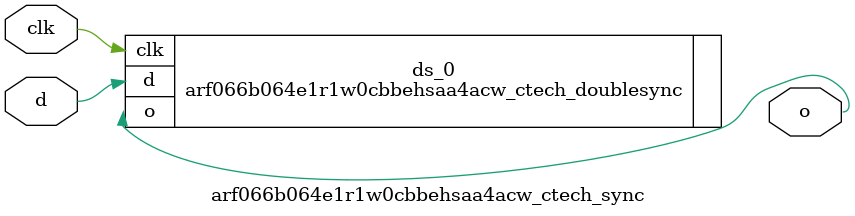
<source format=sv>

`ifndef ARF066B064E1R1W0CBBEHSAA4ACW_CTECH_SYNC_SV
`define ARF066B064E1R1W0CBBEHSAA4ACW_CTECH_SYNC_SV

module arf066b064e1r1w0cbbehsaa4acw_ctech_sync (
  input  logic  clk,
  input  logic  d,

  output logic  o
);

  arf066b064e1r1w0cbbehsaa4acw_ctech_doublesync ds_0 (.o(o), .d(d), .clk(clk));

endmodule // arf066b064e1r1w0cbbehsaa4acw_ctech_sync

`endif // ARF066B064E1R1W0CBBEHSAA4ACW_CTECH_SYNC_SV
</source>
